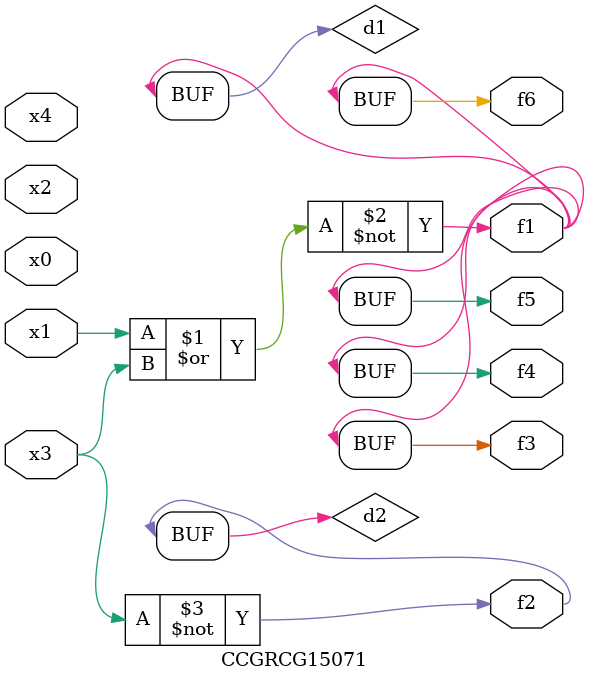
<source format=v>
module CCGRCG15071(
	input x0, x1, x2, x3, x4,
	output f1, f2, f3, f4, f5, f6
);

	wire d1, d2;

	nor (d1, x1, x3);
	not (d2, x3);
	assign f1 = d1;
	assign f2 = d2;
	assign f3 = d1;
	assign f4 = d1;
	assign f5 = d1;
	assign f6 = d1;
endmodule

</source>
